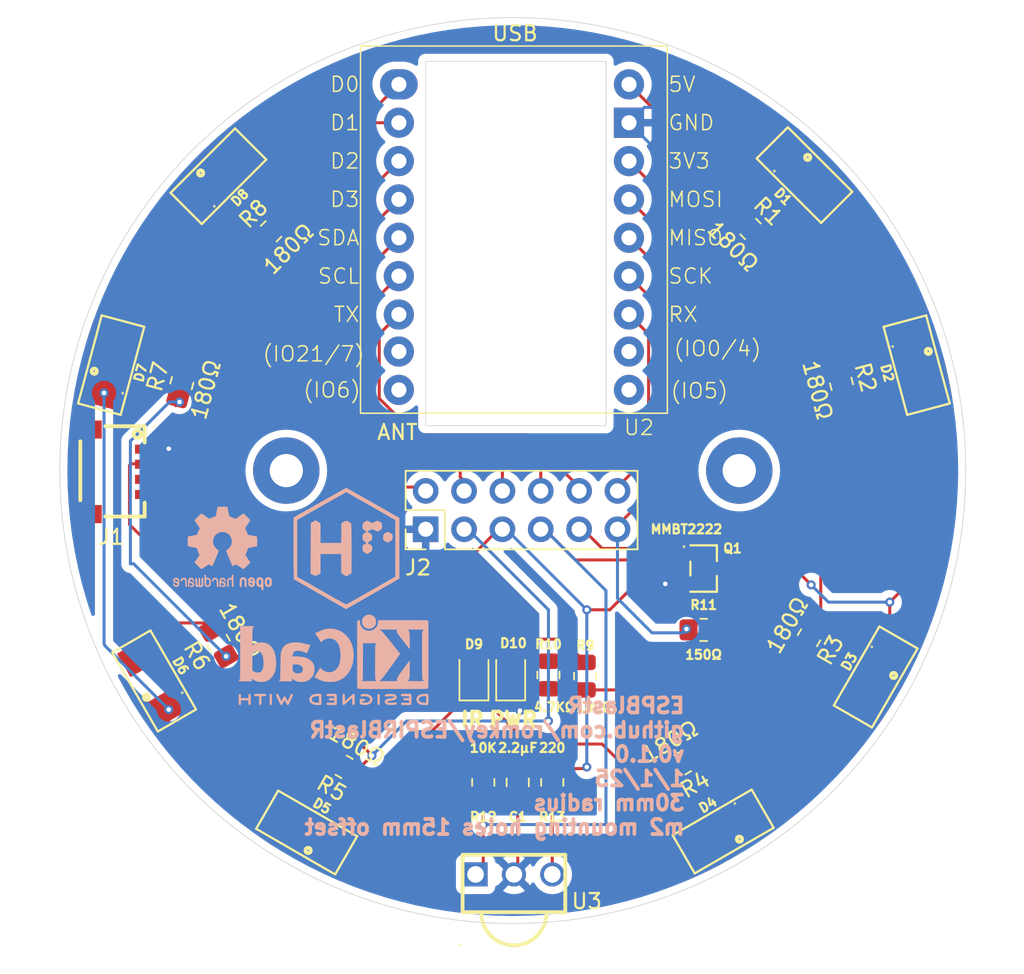
<source format=kicad_pcb>
(kicad_pcb (version 20240108) (generator "pcbnew") (generator_version "8.0")
  (layers (0 "F.Cu" signal) (31 "B.Cu" signal) (34 "B.Paste" user) (35 "F.Paste" user) (36 "B.SilkS" user "B.Silkscreen") (37 "F.SilkS" user "F.Silkscreen") (38 "B.Mask" user) (39 "F.Mask" user) (44 "Edge.Cuts" user))
  (net 0 "")
  (net 1 "GND")
  (net 2 "Net-(Q1-B)")
  (net 3 "+5V")
  (net 4 "/IR_XMT")
  (net 5 "/SDA")
  (net 6 "/SCL")
  (net 7 "+3.3V")
  (net 8 "/IR_RCV")
  (net 10 "/T1")
  (net 11 "/RX")
  (net 12 "/TX")
  (net 14 "Net-(U3-VCC)")
  (net 17 "/T4")
  (net 18 "Net-(D1-C)")
  (net 19 "Net-(D1-A)")
  (net 20 "Net-(D2-A)")
  (net 21 "Net-(D3-A)")
  (net 22 "Net-(D4-A)")
  (net 23 "Net-(D5-A)")
  (net 24 "Net-(D6-A)")
  (net 25 "Net-(D7-A)")
  (net 26 "Net-(D8-A)")
  (net 27 "Net-(D9-A)")
  (net 28 "Net-(D10-A)")
  (net 29 "/T0")
  (net 30 "/T2")
  (net 31 "/T3")
  (footprint "footprint:SENSOR-SMD_L3.2-W2.4-R-FD" (layer "F.Cu") (at 86.36 123.952 -30)
    (property "Reference" "D5" (at 0 -2.000002 150) (layer "F.SilkS") (effects (font (size 0.6 0.6))))
    (property "Value" "LED" (hide yes))
    (pad "1" smd rect (at 1.900052 0 150) (size 1.8 2.5) (layers "F.Cu" "F.Paste" "F.Mask") (net 18 "Net-(D1-C)"))
    (pad "2" smd rect (at -1.900052 0 150) (size 1.8 2.5) (layers "F.Cu" "F.Paste" "F.Mask") (net 23 "Net-(D5-A)"))
  )
  (footprint "Resistor_SMD:R_0805_2012Metric_Pad1.20x1.40mm_HandSolder" (layer "F.Cu") (at 121.77283 94.260815 -75)
    (property "Reference" "R2" (at 0.000001 -1.65 -75) (layer "F.SilkS"))
    (property "Value" "180Ω" (at -0.000001 1.65 285) (layer "F.SilkS"))
    (pad "1" smd roundrect (at -1 0 285) (size 1.2 1.4) (layers "F.Cu" "F.Paste" "F.Mask") (roundrect_rratio 0.208333) (net 3 "+5V"))
    (pad "2" smd roundrect (at 1 0 285) (size 1.2 1.4) (layers "F.Cu" "F.Paste" "F.Mask") (roundrect_rratio 0.208333) (net 20 "Net-(D2-A)"))
  )
  (footprint "" (layer "F.Cu") (at 115 100)
    (property "Reference" "MNT2" (hide yes))
    (property "Value" "")
    (pad "1" thru_hole circle (at 0 0) (size 4.4 4.4) (drill 2.2) (layers "*.Cu" "*.Mask"))
  )
  (footprint "Connector_PinHeader_2.54mm:PinHeader_2x06_P2.54mm_Vertical" (layer "F.Cu") (at 94.234 103.886 90)
    (property "Reference" "J2" (at -2.54 -0.508 0) (layer "F.SilkS"))
    (property "Value" "Conn_02x06_Odd_Even_MountingPin" (hide yes))
    (pad "1" thru_hole rect (at 0 0 90) (size 1.7 1.7) (drill 1) (layers "*.Cu" "*.Mask") (net 1 "GND"))
    (pad "2" thru_hole oval (at 2.54 0 90) (size 1.7 1.7) (drill 1) (layers "*.Cu" "*.Mask") (net 29 "/T0"))
    (pad "3" thru_hole oval (at 0 2.54 90) (size 1.7 1.7) (drill 1) (layers "*.Cu" "*.Mask") (net 3 "+5V"))
    (pad "4" thru_hole oval (at 2.54 2.54 90) (size 1.7 1.7) (drill 1) (layers "*.Cu" "*.Mask") (net 10 "/T1"))
    (pad "5" thru_hole oval (at 0 5.08 90) (size 1.7 1.7) (drill 1) (layers "*.Cu" "*.Mask") (net 7 "+3.3V"))
    (pad "6" thru_hole oval (at 2.54 5.08 90) (size 1.7 1.7) (drill 1) (layers "*.Cu" "*.Mask") (net 30 "/T2"))
    (pad "7" thru_hole oval (at 0 7.62 90) (size 1.7 1.7) (drill 1) (layers "*.Cu" "*.Mask") (net 8 "/IR_RCV"))
    (pad "8" thru_hole oval (at 2.54 7.62 90) (size 1.7 1.7) (drill 1) (layers "*.Cu" "*.Mask") (net 31 "/T3"))
    (pad "9" thru_hole oval (at 0 10.16 90) (size 1.7 1.7) (drill 1) (layers "*.Cu" "*.Mask") (net 17 "/T4"))
    (pad "10" thru_hole oval (at 2.54 10.16 90) (size 1.7 1.7) (drill 1) (layers "*.Cu" "*.Mask") (net 12 "/TX"))
    (pad "11" thru_hole oval (at 0 12.7 90) (size 1.7 1.7) (drill 1) (layers "*.Cu" "*.Mask") (net 4 "/IR_XMT"))
    (pad "12" thru_hole oval (at 2.54 12.7 90) (size 1.7 1.7) (drill 1) (layers "*.Cu" "*.Mask") (net 11 "/RX"))
  )
  (footprint "footprint:CONN-SMD_4P-P1.00_SM04B-SRSS-TB-LF-SN" (layer "F.Cu") (at 73.819516 100.082102 -90)
    (property "Reference" "J1" (at 4.311898 0.413516 0) (layer "F.SilkS"))
    (property "Value" "SM04B-SRSS-TB_(LF)(SN)" (hide yes))
    (pad "1" smd rect (at -1.499873 -1.938024 270) (size 0.6 1.550013) (layers "F.Cu" "F.Paste" "F.Mask") (net 1 "GND"))
    (pad "2" smd rect (at -0.499873 -1.938024 270) (size 0.6 1.550013) (layers "F.Cu" "F.Paste" "F.Mask") (net 7 "+3.3V"))
    (pad "3" smd rect (at 0.500381 -1.937516 270) (size 0.6 1.550013) (layers "F.Cu" "F.Paste" "F.Mask") (net 5 "/SDA"))
    (pad "4" smd rect (at 1.500381 -1.937516 270) (size 0.6 1.550013) (layers "F.Cu" "F.Paste" "F.Mask") (net 6 "/SCL"))
    (pad "5" smd rect (at 2.800102 1.938024 270) (size 1.2 1.8) (layers "F.Cu" "F.Paste" "F.Mask"))
    (pad "6" smd rect (at -2.800102 1.937516 270) (size 1.2 1.8) (layers "F.Cu" "F.Paste" "F.Mask"))
  )
  (footprint "Resistor_SMD:R_0805_2012Metric_Pad1.20x1.40mm_HandSolder" (layer "F.Cu") (at 112.641001 110.550958)
    (property "Reference" "R11" (at 0 -1.65 0) (layer "F.SilkS") (effects (font (size 0.6 0.6))))
    (property "Value" "150Ω" (at 0 1.65 0) (layer "F.SilkS") (effects (font (size 0.6 0.6))))
    (pad "1" smd roundrect (at -1 0) (size 1.2 1.4) (layers "F.Cu" "F.Paste" "F.Mask") (roundrect_rratio 0.208333) (net 4 "/IR_XMT"))
    (pad "2" smd roundrect (at 1 0) (size 1.2 1.4) (layers "F.Cu" "F.Paste" "F.Mask") (roundrect_rratio 0.208333) (net 2 "Net-(Q1-B)"))
  )
  (footprint "Resistor_SMD:R_0805_2012Metric" (layer "F.Cu") (at 104.796 113.614 90)
    (property "Reference" "R9" (at 2.032 0 0) (layer "F.SilkS") (effects (font (size 0.6 0.6))))
    (property "Value" "180Ω" (at -2.0595 0.614 0) (layer "F.SilkS") (effects (font (size 0.6 0.6))))
    (pad "1" smd roundrect (at -0.9125 0 90) (size 1.025 1.4) (layers "F.Cu" "F.Paste" "F.Mask") (roundrect_rratio 0.243902) (net 3 "+5V"))
    (pad "2" smd roundrect (at 0.9125 0 90) (size 1.025 1.4) (layers "F.Cu" "F.Paste" "F.Mask") (roundrect_rratio 0.243902) (net 27 "Net-(D9-A)"))
  )
  (footprint "Resistor_SMD:R_0805_2012Metric_Pad1.20x1.40mm_HandSolder" (layer "F.Cu") (at 83.993986 84.154016 45)
    (property "Reference" "R8" (at 0 -1.65 45) (layer "F.SilkS"))
    (property "Value" "180Ω" (at 0 1.65 45) (layer "F.SilkS"))
    (pad "1" smd roundrect (at -1 0 45) (size 1.2 1.4) (layers "F.Cu" "F.Paste" "F.Mask") (roundrect_rratio 0.208333) (net 3 "+5V"))
    (pad "2" smd roundrect (at 1 0 45) (size 1.2 1.4) (layers "F.Cu" "F.Paste" "F.Mask") (roundrect_rratio 0.208333) (net 26 "Net-(D8-A)"))
  )
  (footprint "footprint:SOT-23-3_L2.9-W1.4-P1.91-LS2.6-BR" (layer "F.Cu") (at 112.641001 106.486958 180)
    (property "Reference" "Q1" (at -1.912999 1.330958 0) (layer "F.SilkS") (effects (font (size 0.6 0.6))))
    (property "Value" "MMBT2222" (at 1.135001 2.600958 0) (layer "F.SilkS") (effects (font (size 0.6 0.6))))
    (pad "1" smd rect (at 1.135001 0.955042 180) (size 1.070003 0.532004) (layers "F.Cu" "F.Paste" "F.Mask") (net 2 "Net-(Q1-B)"))
    (pad "2" smd rect (at 1.135001 -0.955042 180) (size 1.070003 0.532004) (layers "F.Cu" "F.Paste" "F.Mask") (net 1 "GND"))
    (pad "3" smd rect (at -1.135001 0 180) (size 1.070003 0.532004) (layers "F.Cu" "F.Paste" "F.Mask") (net 18 "Net-(D1-C)"))
  )
  (footprint "footprint:SENSOR-SMD_L3.2-W2.4-R-FD" (layer "F.Cu") (at 119.306462 80.444461 135)
    (property "Reference" "D1" (at -0.000001 -2.000001 135) (layer "F.SilkS") (effects (font (size 0.6 0.6))))
    (property "Value" "LED" (hide yes))
    (pad "1" smd rect (at 1.90005 0.000001 315) (size 1.8 2.5) (layers "F.Cu" "F.Paste" "F.Mask") (net 18 "Net-(D1-C)"))
    (pad "2" smd rect (at -1.90005 -0.000001 315) (size 1.8 2.5) (layers "F.Cu" "F.Paste" "F.Mask") (net 19 "Net-(D1-A)"))
  )
  (footprint "Resistor_SMD:R_0805_2012Metric_Pad1.20x1.40mm_HandSolder" (layer "F.Cu") (at 111.252 119.38 -150)
    (property "Reference" "R4" (at 0 -1.65 -150) (layer "F.SilkS"))
    (property "Value" "180Ω" (at 0 1.65 210) (layer "F.SilkS"))
    (pad "1" smd roundrect (at -1 0 210) (size 1.2 1.4) (layers "F.Cu" "F.Paste" "F.Mask") (roundrect_rratio 0.208333) (net 3 "+5V"))
    (pad "2" smd roundrect (at 1 0 210) (size 1.2 1.4) (layers "F.Cu" "F.Paste" "F.Mask") (roundrect_rratio 0.208333) (net 22 "Net-(D4-A)"))
  )
  (footprint "footprint:SENSOR-SMD_L3.2-W2.4-R-FD" (layer "F.Cu") (at 80.518 80.518 -135)
    (property "Reference" "D8" (at 0 -2.000001 45) (layer "F.SilkS") (effects (font (size 0.6 0.6))))
    (property "Value" "LED" (hide yes))
    (pad "1" smd rect (at 1.900051 0.000001 45) (size 1.8 2.5) (layers "F.Cu" "F.Paste" "F.Mask") (net 18 "Net-(D1-C)"))
    (pad "2" smd rect (at -1.900051 -0.000001 45) (size 1.8 2.5) (layers "F.Cu" "F.Paste" "F.Mask") (net 26 "Net-(D8-A)"))
  )
  (footprint "Resistor_SMD:R_0805_2012Metric_Pad1.20x1.40mm_HandSolder" (layer "F.Cu") (at 119.621001 111.070339 -120)
    (property "Reference" "R3" (at 0 -1.65 -120) (layer "F.SilkS"))
    (property "Value" "180Ω" (at 0 1.65 240) (layer "F.SilkS"))
    (pad "1" smd roundrect (at -1 0 240) (size 1.2 1.4) (layers "F.Cu" "F.Paste" "F.Mask") (roundrect_rratio 0.208333) (net 3 "+5V"))
    (pad "2" smd roundrect (at 1 0 240) (size 1.2 1.4) (layers "F.Cu" "F.Paste" "F.Mask") (roundrect_rratio 0.208333) (net 21 "Net-(D3-A)"))
  )
  (footprint "footprint:SENSOR-TH_IRM-8601" (layer "F.Cu") (at 100.076005 126.746)
    (property "Reference" "U3" (at 4.825995 1.778 0) (layer "F.SilkS"))
    (property "Value" "IRM-8601M2(GPS)")
    (pad "1" thru_hole rect (at -2.540005 0) (size 1.6 1.6) (drill 1.100025) (layers "*.Cu" "*.Mask") (net 8 "/IR_RCV"))
    (pad "2" thru_hole circle (at 0 0) (size 1.6 1.6) (drill 1.100025) (layers "*.Cu" "*.Mask") (net 1 "GND"))
    (pad "3" thru_hole circle (at 2.540005 0) (size 1.6 1.6) (drill 1.100025) (layers "*.Cu" "*.Mask") (net 14 "Net-(U3-VCC)"))
  )
  (footprint "Resistor_SMD:R_0805_2012Metric" (layer "F.Cu") (at 98.044 120.65 -90)
    (property "Reference" "R12" (at 2.286 0 0) (layer "F.SilkS") (effects (font (size 0.6 0.6))))
    (property "Value" "10K" (at -2.286 0 0) (layer "F.SilkS") (effects (font (size 0.6 0.6))))
    (pad "1" smd roundrect (at -0.9125 0 270) (size 1.025 1.4) (layers "F.Cu" "F.Paste" "F.Mask") (roundrect_rratio 0.243902) (net 7 "+3.3V"))
    (pad "2" smd roundrect (at 0.9125 0 270) (size 1.025 1.4) (layers "F.Cu" "F.Paste" "F.Mask") (roundrect_rratio 0.243902) (net 8 "/IR_RCV"))
  )
  (footprint "footprint:SENSOR-SMD_L3.2-W2.4-R-FD" (layer "F.Cu") (at 113.924508 123.886025 30)
    (property "Reference" "D4" (at 0 -2 30) (layer "F.SilkS") (effects (font (size 0.6 0.6))))
    (property "Value" "LED" (hide yes))
    (pad "1" smd rect (at 1.90005 0 210) (size 1.8 2.5) (layers "F.Cu" "F.Paste" "F.Mask") (net 18 "Net-(D1-C)"))
    (pad "2" smd rect (at -1.90005 0 210) (size 1.8 2.5) (layers "F.Cu" "F.Paste" "F.Mask") (net 22 "Net-(D4-A)"))
  )
  (footprint "LED_SMD:LED_0805_2012Metric" (layer "F.Cu") (at 97.43 113.538 90)
    (property "Reference" "D9" (at 2.032 0 0) (layer "F.SilkS") (effects (font (size 0.6 0.6))))
    (property "Value" "LED" (hide yes))
    (pad "1" smd roundrect (at -0.9375 0 90) (size 0.975 1.4) (layers "F.Cu" "F.Paste" "F.Mask") (net 18 "Net-(D1-C)"))
    (pad "2" smd roundrect (at 0.9375 0 90) (size 0.975 1.4) (layers "F.Cu" "F.Paste" "F.Mask") (net 27 "Net-(D9-A)"))
  )
  (footprint "1myFootprints:Xiao ESP32S3 PLUS" (layer "F.Cu") (at 100.2284 84.1248)
    (property "Reference" "U2" (at 8.1296 13.0252 0) (layer "F.SilkS") (effects (font (thickness 0.1))))
    (property "Value" "~" (hide yes))
    (fp_text user "(IO5)" (at 10.16 11.176 0) (layer "F.SilkS") (effects (font (thickness 0.1)) (justify left bottom)))
    (fp_text user "D2" (at -10.3124 -4.6228 0) (layer "F.SilkS") (effects (font (thickness 0.1)) (justify right)))
    (fp_text user "RX" (at 10.0076 5.5372 0) (layer "F.SilkS") (effects (font (thickness 0.1)) (justify left)))
    (fp_text user "(IO6)" (at -14.1732 11.1252 0) (layer "F.SilkS") (effects (font (thickness 0.1)) (justify left bottom)))
    (fp_text user "SCK" (at 10.0076 2.9972 0) (layer "F.SilkS") (effects (font (thickness 0.1)) (justify left)))
    (fp_text user "MISO" (at 10.0076 0.4572 0) (layer "F.SilkS") (effects (font (thickness 0.1)) (justify left)))
    (fp_text user "TX" (at -10.3124 5.5372 0) (layer "F.SilkS") (effects (font (thickness 0.1)) (justify right)))
    (fp_text user "GND" (at 10.0076 -7.1628 0) (layer "F.SilkS") (effects (font (thickness 0.1)) (justify left)))
    (fp_text user "(IO21/7)" (at -16.8656 8.7376 0) (layer "F.SilkS") (effects (font (thickness 0.1)) (justify left bottom)))
    (fp_text user "SCL" (at -10.3124 2.9972 0) (layer "F.SilkS") (effects (font (thickness 0.1)) (justify right)))
    (fp_text user "3V3" (at 10.0076 -4.6228 0) (layer "F.SilkS") (effects (font (thickness 0.1)) (justify left)))
    (fp_text user "D0" (at -10.3124 -9.7028 0) (layer "F.SilkS") (effects (font (thickness 0.1)) (justify right)))
    (fp_text user "MOSI" (at 10.0076 -2.0828 0) (layer "F.SilkS") (effects (font (thickness 0.1)) (justify left)))
    (fp_text user "SDA" (at -10.3124 0.4572 0) (layer "F.SilkS") (effects (font (thickness 0.1)) (justify right)))
    (fp_text user "5V" (at 10.0076 -9.7028 0) (layer "F.SilkS") (effects (font (thickness 0.1)) (justify left)))
    (fp_text user "D1" (at -10.3124 -7.1628 0) (layer "F.SilkS") (effects (font (thickness 0.1)) (justify right)))
    (fp_text user "(IO0/4)" (at 10.3632 8.382 0) (layer "F.SilkS") (effects (font (thickness 0.1)) (justify left bottom)))
    (fp_text user "D3" (at -10.3124 -2.0828 0) (layer "F.SilkS") (effects (font (thickness 0.1)) (justify right)))
    (pad "1" thru_hole oval (at -7.7724 -9.7028) (size 2.5 2) (drill 1) (layers "*.Cu" "*.Mask") (net 5 "/SDA"))
    (pad "2" thru_hole circle (at -7.7724 -7.1628) (size 2 2) (drill 1) (layers "*.Cu" "*.Mask") (net 6 "/SCL"))
    (pad "3" thru_hole circle (at -7.7724 -4.6228) (size 2 2) (drill 1) (layers "*.Cu" "*.Mask") (net 29 "/T0"))
    (pad "4" thru_hole circle (at -7.7724 -2.0828) (size 2 2) (drill 1) (layers "*.Cu" "*.Mask") (net 10 "/T1"))
    (pad "5" thru_hole circle (at -7.7724 0.4572) (size 2 2) (drill 1) (layers "*.Cu" "*.Mask") (net 30 "/T2"))
    (pad "6" thru_hole circle (at -7.7724 2.9972) (size 2 2) (drill 1) (layers "*.Cu" "*.Mask") (net 31 "/T3"))
    (pad "7" thru_hole circle (at -7.7724 5.5372) (size 2 2) (drill 1) (layers "*.Cu" "*.Mask") (net 12 "/TX"))
    (pad "8" thru_hole circle (at 7.4676 5.5372) (size 2 2) (drill 1) (layers "*.Cu" "*.Mask") (net 11 "/RX"))
    (pad "9" thru_hole circle (at 7.4676 2.9972) (size 2 2) (drill 1) (layers "*.Cu" "*.Mask") (net 4 "/IR_XMT"))
    (pad "10" thru_hole circle (at 7.4676 0.4572) (size 2 2) (drill 1) (layers "*.Cu" "*.Mask") (net 17 "/T4"))
    (pad "11" thru_hole circle (at 7.4676 -2.0828) (size 2 2) (drill 1) (layers "*.Cu" "*.Mask") (net 8 "/IR_RCV"))
    (pad "12" thru_hole circle (at 7.4676 -4.6228) (size 2 2) (drill 1) (layers "*.Cu" "*.Mask") (net 7 "+3.3V"))
    (pad "13" thru_hole rect (at 7.4676 -7.1628) (size 2 2) (drill 1) (layers "*.Cu" "*.Mask") (net 1 "GND"))
    (pad "14" thru_hole circle (at 7.4676 -9.7028) (size 2 2) (drill 1) (layers "*.Cu" "*.Mask") (net 3 "+5V"))
    (pad "15" thru_hole circle (at -7.7724 7.9912) (size 2 2) (drill 1) (layers "*.Cu" "*.Mask"))
    (pad "16" thru_hole circle (at -7.7724 10.5312) (size 2 2) (drill 1) (layers "*.Cu" "*.Mask"))
    (pad "17" thru_hole circle (at 7.4676 10.5312) (size 2 2) (drill 1) (layers "*.Cu" "*.Mask"))
    (pad "18" thru_hole circle (at 7.4676 7.9912) (size 2 2) (drill 1) (layers "*.Cu" "*.Mask"))
  )
  (footprint "Resistor_SMD:R_0805_2012Metric_Pad1.20x1.40mm_HandSolder" (layer "F.Cu") (at 78.08483 94.207185 75)
    (property "Reference" "R7" (at -0.000001 -1.65 75) (layer "F.SilkS"))
    (property "Value" "180Ω" (at 0.000001 1.65 75) (layer "F.SilkS"))
    (pad "1" smd roundrect (at -1 0 75) (size 1.2 1.4) (layers "F.Cu" "F.Paste" "F.Mask") (roundrect_rratio 0.208333) (net 3 "+5V"))
    (pad "2" smd roundrect (at 1 0 75) (size 1.2 1.4) (layers "F.Cu" "F.Paste" "F.Mask") (roundrect_rratio 0.208333) (net 25 "Net-(D7-A)"))
  )
  (footprint "Resistor_SMD:R_0805_2012Metric" (layer "F.Cu") (at 102.616 120.65 -90)
    (property "Reference" "R13" (at 2.286 0 0) (layer "F.SilkS") (effects (font (size 0.6 0.6))))
    (property "Value" "220" (at -2.286 0 0) (layer "F.SilkS") (effects (font (size 0.6 0.6))))
    (pad "1" smd roundrect (at -0.9125 0 270) (size 1.025 1.4) (layers "F.Cu" "F.Paste" "F.Mask") (roundrect_rratio 0.243902) (net 7 "+3.3V"))
    (pad "2" smd roundrect (at 0.9125 0 270) (size 1.025 1.4) (layers "F.Cu" "F.Paste" "F.Mask") (roundrect_rratio 0.243902) (net 14 "Net-(U3-VCC)"))
  )
  (footprint "footprint:SENSOR-SMD_L3.2-W2.4-R-FD" (layer "F.Cu") (at 76.265975 113.924508 -60)
    (property "Reference" "D6" (at 0.000001 -2.000001 120) (layer "F.SilkS") (effects (font (size 0.6 0.6))))
    (property "Value" "LED" (hide yes))
    (pad "1" smd rect (at 1.90005 0 120) (size 1.8 2.5) (layers "F.Cu" "F.Paste" "F.Mask") (net 18 "Net-(D1-C)"))
    (pad "2" smd rect (at -1.90005 0 120) (size 1.8 2.5) (layers "F.Cu" "F.Paste" "F.Mask") (net 24 "Net-(D6-A)"))
  )
  (footprint "Resistor_SMD:R_0805_2012Metric" (layer "F.Cu") (at 102.362 113.538 90)
    (property "Reference" "R10" (at 2.032 0 0) (layer "F.SilkS") (effects (font (size 0.6 0.6))))
    (property "Value" "4.7KΩ" (at -2.1355 0.417 0) (layer "F.SilkS") (effects (font (size 0.6 0.6))))
    (pad "1" smd roundrect (at -0.9125 0 90) (size 1.025 1.4) (layers "F.Cu" "F.Paste" "F.Mask") (roundrect_rratio 0.243902) (net 3 "+5V"))
    (pad "2" smd roundrect (at 0.9125 0 90) (size 1.025 1.4) (layers "F.Cu" "F.Paste" "F.Mask") (roundrect_rratio 0.243902) (net 28 "Net-(D10-A)"))
  )
  (footprint "LED_SMD:LED_0805_2012Metric" (layer "F.Cu") (at 99.862 113.538 90)
    (property "Reference" "D10" (at 2.108 0.178 0) (layer "F.SilkS") (effects (font (size 0.6 0.6))))
    (property "Value" "LED" (hide yes))
    (pad "1" smd roundrect (at -0.9375 0 90) (size 0.975 1.4) (layers "F.Cu" "F.Paste" "F.Mask") (net 1 "GND"))
    (pad "2" smd roundrect (at 0.9375 0 90) (size 0.975 1.4) (layers "F.Cu" "F.Paste" "F.Mask") (net 28 "Net-(D10-A)"))
  )
  (footprint "MountingHole:MountingHole_2.2mm_M2_Pad" (layer "F.Cu") (at 85 100)
    (property "Reference" "MNT1" (hide yes))
    (property "Value" "MountingHole_2.2mm_M2_Pad" (hide yes))
    (pad "1" thru_hole circle (at 0 0) (size 4.4 4.4) (drill 2.2) (layers "*.Cu" "*.Mask"))
  )
  (footprint "Capacitor_SMD:C_0805_2012Metric" (layer "F.Cu") (at 100.33 120.65 -90)
    (property "Reference" "C1" (at 2.286 0 0) (layer "F.SilkS") (effects (font (size 0.6 0.6))))
    (property "Value" "2.2µF" (at -2.286 0 0) (layer "F.SilkS") (effects (font (size 0.6 0.6))))
    (pad "1" smd roundrect (at -0.95 0 270) (size 1 1.45) (layers "F.Cu" "F.Paste" "F.Mask") (net 7 "+3.3V"))
    (pad "2" smd roundrect (at 0.95 0 270) (size 1 1.45) (layers "F.Cu" "F.Paste" "F.Mask") (net 1 "GND"))
  )
  (footprint "Resistor_SMD:R_0805_2012Metric_Pad1.20x1.40mm_HandSolder" (layer "F.Cu") (at 115.743984 83.993984 -45)
    (property "Reference" "R1" (at 0 -1.65 -45) (layer "F.SilkS"))
    (property "Value" "180Ω" (at 0 1.65 315) (layer "F.SilkS"))
    (pad "1" smd roundrect (at -1 0 315) (size 1.2 1.4) (layers "F.Cu" "F.Paste" "F.Mask") (roundrect_rratio 0.208333) (net 3 "+5V"))
    (pad "2" smd roundrect (at 1 0 315) (size 1.2 1.4) (layers "F.Cu" "F.Paste" "F.Mask") (roundrect_rratio 0.208333) (net 19 "Net-(D1-A)"))
  )
  (footprint "Resistor_SMD:R_0805_2012Metric_Pad1.20x1.40mm_HandSolder" (layer "F.Cu") (at 80.518 111.433662 120)
    (property "Reference" "R6" (at 0 -1.65 120) (layer "F.SilkS"))
    (property "Value" "180Ω" (at 0 1.65 120) (layer "F.SilkS"))
    (pad "1" smd roundrect (at -1 0 120) (size 1.2 1.4) (layers "F.Cu" "F.Paste" "F.Mask") (roundrect_rratio 0.208333) (net 3 "+5V"))
    (pad "2" smd roundrect (at 1 0 120) (size 1.2 1.4) (layers "F.Cu" "F.Paste" "F.Mask") (roundrect_rratio 0.208333) (net 24 "Net-(D6-A)"))
  )
  (footprint "Resistor_SMD:R_0805_2012Metric_Pad1.20x1.40mm_HandSolder" (layer "F.Cu") (at 88.827661 119.621 150)
    (property "Reference" "R5" (at 0 -1.65 150) (layer "F.SilkS"))
    (property "Value" "180Ω" (at 0 1.65 150) (layer "F.SilkS"))
    (pad "1" smd roundrect (at -1 0 150) (size 1.2 1.4) (layers "F.Cu" "F.Paste" "F.Mask") (roundrect_rratio 0.208333) (net 3 "+5V"))
    (pad "2" smd roundrect (at 1 0 150) (size 1.2 1.4) (layers "F.Cu" "F.Paste" "F.Mask") (roundrect_rratio 0.208333) (net 23 "Net-(D5-A)"))
  )
  (footprint "footprint:SENSOR-SMD_L3.2-W2.4-R-FD" (layer "F.Cu") (at 126.72977 93.021308 105)
    (property "Reference" "D2" (at 0 -1.999999 105) (layer "F.SilkS") (effects (font (size 0.6 0.6))))
    (property "Value" "LED" (hide yes))
    (pad "1" smd rect (at 1.900051 -0.000001 285) (size 1.8 2.5) (layers "F.Cu" "F.Paste" "F.Mask") (net 18 "Net-(D1-C)"))
    (pad "2" smd rect (at -1.900051 0.000001 285) (size 1.8 2.5) (layers "F.Cu" "F.Paste" "F.Mask") (net 20 "Net-(D2-A)"))
  )
  (footprint "footprint:SENSOR-SMD_L3.2-W2.4-R-FD" (layer "F.Cu") (at 73.42223 93.021308 -105)
    (property "Reference" "D7" (at 0.000002 -2.000001 75) (layer "F.SilkS") (effects (font (size 0.6 0.6))))
    (property "Value" "LED" (hide yes))
    (pad "1" smd rect (at 1.900051 0.000001 75) (size 1.8 2.5) (layers "F.Cu" "F.Paste" "F.Mask") (net 18 "Net-(D1-C)"))
    (pad "2" smd rect (at -1.900051 -0.000001 75) (size 1.8 2.5) (layers "F.Cu" "F.Paste" "F.Mask") (net 25 "Net-(D7-A)"))
  )
  (footprint "footprint:SENSOR-SMD_L3.2-W2.4-R-FD" (layer "F.Cu") (at 124.017975 113.659492 60)
    (property "Reference" "D3" (at 0 -2 60) (layer "F.SilkS") (effects (font (size 0.6 0.6))))
    (property "Value" "LED" (hide yes))
    (pad "1" smd rect (at 1.90005 0 240) (size 1.8 2.5) (layers "F.Cu" "F.Paste" "F.Mask") (net 18 "Net-(D1-C)"))
    (pad "2" smd rect (at -1.90005 0 240) (size 1.8 2.5) (layers "F.Cu" "F.Paste" "F.Mask") (net 21 "Net-(D3-A)"))
  )
  (footprint "Symbol:KiCad-Logo2_5mm_SilkScreen" (layer "B.Cu") (at 88.138 112.522 180)
    (property "Reference" "REF**" (hide yes))
    (property "Value" "KiCad-Logo2_5mm_SilkScreen" (hide yes))
  )
  (footprint "1myFootprints:CTRLH Logo" (layer "B.Cu") (at 89.154 105.156 180)
    (property "Reference" "REF**" (hide yes))
    (property "Value" "CTRLH Logo" (hide yes))
  )
  (footprint "1myFootprints:OSHW-Logo2_7.3x6mm_SilkScreen" (layer "B.Cu") (at 80.772 105.156 180)
    (property "Reference" "REF**" (hide yes))
    (property "Value" "OSHW-Logo2_7.3x6mm_SilkScreen" (hide yes))
  )
  (gr_rect (start 94.234 72.898) (end 106.172 97.028) (stroke (width 0.05)) (fill none) (layer "Edge.Cuts"))
  (gr_circle (center 100 100) (end 130 100) (stroke (width 0.05)) (fill none) (layer "Edge.Cuts"))
  (gr_text "ESPBlastR\ngithub.com/romkey/ESPIRBlastR\nv0.1.0\n1/1/25\n30mm radius\nm2 mounting holes 15mm offset\n" (at 111.506 124.206 0) (layer "B.SilkS") (effects (font (size 1 1) (thickness 0.25) (bold yes)) (justify left bottom mirror)))
  (gr_text "IR\n" (at 96.429 117.094 0) (layer "F.SilkS") (effects (font (size 1 1) (thickness 0.25) (bold yes)) (justify left bottom)))
  (gr_text "USB" (at 98.552 71.628 0) (layer "F.SilkS") (effects (font (size 1 1)) (justify left bottom)))
  (gr_text "PWR\n" (at 98.298 117.094 0) (layer "F.SilkS") (effects (font (size 1 1) (thickness 0.25) (bold yes)) (justify left bottom)))
  (gr_text "ANT" (at 90.932 98.044 0) (layer "F.SilkS") (effects (font (size 1 1)) (justify left bottom)))
  (segment (start 99.862 114.4755) (end 99.862 115.284) (width 0.2) (layer "F.Cu") (net 1))
  (segment (start 75.598024 98.576127) (end 77.191873 98.576127) (width 0.2) (layer "F.Cu") (net 1))
  (segment (start 77.191873 98.576127) (end 77.216 98.552) (width 0.2) (layer "F.Cu") (net 1))
  (segment (start 99.862 115.284) (end 100.478 115.9) (width 0.2) (layer "F.Cu") (net 1))
  (segment (start 100.33 126.492005) (end 100.076005 126.746) (width 0.2) (layer "F.Cu") (net 1))
  (segment (start 100.33 121.6) (end 100.33 126.492005) (width 0.2) (layer "F.Cu") (net 1))
  (segment (start 110.161959 107.442) (end 110.101001 107.502958) (width 0.2) (layer "F.Cu") (net 1))
  (segment (start 111.506 107.442) (end 110.161959 107.442) (width 0.2) (layer "F.Cu") (net 1))
  (via (at 100.478 115.9) (size 0.6) (drill 0.3) (layers "F.Cu" "B.Cu") (net 1))
  (via (at 77.216 98.552) (size 0.6) (drill 0.3) (layers "F.Cu" "B.Cu") (net 1))
  (via (at 110.101001 107.502958) (size 0.6) (drill 0.3) (layers "F.Cu" "B.Cu") (net 1))
  (segment (start 107.696 76.962) (end 108.712 75.946) (width 0.2) (layer "B.Cu") (net 1))
  (segment (start 108.712 75.946) (end 109.982 75.946) (width 0.2) (layer "B.Cu") (net 1))
  (segment (start 107.696 76.962) (end 109.22 78.486) (width 0.2) (layer "B.Cu") (net 1))
  (segment (start 113.641001 107.666917) (end 113.641001 110.550958) (width 0.2) (layer "F.Cu") (net 2))
  (segment (start 111.506 105.531916) (end 113.641001 107.666917) (width 0.2) (layer "F.Cu") (net 2))
  (segment (start 102.362 114.4505) (end 104.72 114.4505) (width 0.2) (layer "F.Cu") (net 3))
  (segment (start 104.796 114.5265) (end 104.927 114.6575) (width 0.2) (layer "F.Cu") (net 3))
  (segment (start 112.594339 116.535895) (end 112.594339 118.605) (width 0.2) (layer "F.Cu") (net 3))
  (segment (start 119.402234 109.728) (end 112.594339 116.535895) (width 0.2) (layer "F.Cu") (net 3))
  (segment (start 114.647968 86.039938) (end 121.37166 92.76363) (width 0.2) (layer "F.Cu") (net 3))
  (segment (start 120.396 109.728) (end 119.402234 109.728) (width 0.2) (layer "F.Cu") (net 3))
  (segment (start 102.362 116.586) (end 102.362 114.4505) (width 0.2) (layer "F.Cu") (net 3))
  (segment (start 114.647968 82.897968) (end 114.647968 86.039938) (width 0.2) (layer "F.Cu") (net 3))
  (segment (start 110.584944 114.5265) (end 112.594339 116.535895) (width 0.2) (layer "F.Cu") (net 3))
  (segment (start 114.647968 81.373968) (end 114.647968 82.897968) (width 0.2) (layer "F.Cu") (net 3))
  (segment (start 77.68366 95.70437) (end 77.931015 95.457015) (width 0.2) (layer "F.Cu") (net 3))
  (segment (start 104.796 114.5265) (end 104.9755 114.347) (width 0.2) (layer "F.Cu") (net 3))
  (segment (start 82.897972 90.490058) (end 82.897972 85.250032) (width 0.2) (layer "F.Cu") (net 3))
  (segment (start 121.37166 92.76363) (end 120.396 93.73929) (width 0.2) (layer "F.Cu") (net 3))
  (segment (start 107.696 74.422) (end 114.647968 81.373968) (width 0.2) (layer "F.Cu") (net 3))
  (segment (start 89.693686 120.121) (end 89.693686 119.856314) (width 0.2) (layer "F.Cu") (net 3))
  (segment (start 120.396 93.73929) (end 120.396 109.728) (width 0.2) (layer "F.Cu") (net 3))
  (segment (start 89.693686 119.856314) (end 90.678 118.872) (width 0.2) (layer "F.Cu") (net 3))
  (segment (start 81.018 112.299687) (end 84.105687 112.299687) (width 0.2) (layer "F.Cu") (net 3))
  (segment (start 84.105687 112.299687) (end 90.678 118.872) (width 0.2) (layer "F.Cu") (net 3))
  (segment (start 77.931015 95.457015) (end 82.897972 90.490058) (width 0.2) (layer "F.Cu") (net 3))
  (segment (start 104.796 114.5265) (end 110.584944 114.5265) (width 0.2) (layer "F.Cu") (net 3))
  (segment (start 114.3 83.566) (end 114.647968 83.218032) (width 0.2) (layer "F.Cu") (net 3))
  (segment (start 114.647968 83.218032) (end 114.647968 82.897968) (width 0.2) (layer "F.Cu") (net 3))
  (segment (start 104.72 114.4505) (end 104.796 114.5265) (width 0.2) (layer "F.Cu") (net 3))
  (via (at 102.362 116.586) (size 0.6) (drill 0.3) (layers "F.Cu" "B.Cu") (net 3))
  (via (at 90.678 118.872) (size 0.6) (drill 0.3) (layers "F.Cu" "B.Cu") (net 3))
  (via (at 77.931015 95.457015) (size 0.6) (drill 0.3) (layers "F.Cu" "B.Cu") (net 3))
  (via (at 81.018 112.299687) (size 0.6) (drill 0.3) (layers "F.Cu" "B.Cu") (net 3))
  (segment (start 92.964 116.586) (end 90.678 118.872) (width 0.2) (layer "B.Cu") (net 3))
  (segment (start 74.676 98.044) (end 74.676 106.172) (width 0.2) (layer "B.Cu") (net 3))
  (segment (start 74.676 106.172) (end 74.890313 106.172) (width 0.2) (layer "B.Cu") (net 3))
  (segment (start 96.774 103.632) (end 102.362 109.22) (width 0.2) (layer "B.Cu") (net 3))
  (segment (start 77.931015 95.457015) (end 77.262985 95.457015) (width 0.2) (layer "B.Cu") (net 3))
  (segment (start 77.262985 95.457015) (end 74.676 98.044) (width 0.2) (layer "B.Cu") (net 3))
  (segment (start 102.362 116.586) (end 92.964 116.586) (width 0.2) (layer "B.Cu") (net 3))
  (segment (start 74.890313 106.172) (end 81.018 112.299687) (width 0.2) (layer "B.Cu") (net 3))
  (segment (start 102.362 109.22) (end 102.362 116.586) (width 0.2) (layer "B.Cu") (net 3))
  (segment (start 109.396 88.822) (end 109.396 101.17) (width 0.2) (layer "F.Cu") (net 4))
  (segment (start 109.396 101.17) (end 106.934 103.632) (width 0.2) (layer "F.Cu") (net 4))
  (segment (start 107.696 87.122) (end 109.396 88.822) (width 0.2) (layer "F.Cu") (net 4))
  (via (at 111.506 110.49) (size 0.6) (drill 0.3) (layers "F.Cu" "B.Cu") (net 4))
  (segment (start 106.934 103.632) (end 106.934 108.458) (width 0.2) (layer "B.Cu") (net 4))
  (segment (start 109.22 110.744) (end 111.252 110.744) (width 0.2) (layer "B.Cu") (net 4))
  (segment (start 111.252 110.744) (end 111.506 110.49) (width 0.2) (layer "B.Cu") (net 4))
  (segment (start 106.934 108.458) (end 109.22 110.744) (width 0.2) (layer "B.Cu") (net 4))
  (segment (start 76.666498 100.552254) (end 75.691492 100.552254) (width 0.2) (layer "F.Cu") (net 5))
  (segment (start 92.456 74.422) (end 86.369682 80.508318) (width 0.2) (layer "F.Cu") (net 5))
  (segment (start 86.369682 80.508318) (end 86.369682 90.84907) (width 0.2) (layer "F.Cu") (net 5))
  (segment (start 86.369682 90.84907) (end 76.666498 100.552254) (width 0.2) (layer "F.Cu") (net 5))
  (segment (start 92.456 76.962) (end 90.678 76.962) (width 0.2) (layer "F.Cu") (net 6))
  (segment (start 87.122 80.518) (end 87.122 92.456) (width 0.2) (layer "F.Cu") (net 6))
  (segment (start 87.122 92.456) (end 78.025746 101.552254) (width 0.2) (layer "F.Cu") (net 6))
  (segment (start 90.678 76.962) (end 87.122 80.518) (width 0.2) (layer "F.Cu") (net 6))
  (segment (start 78.025746 101.552254) (end 75.691492 101.552254) (width 0.2) (layer "F.Cu") (net 6))
  (segment (start 102.616 119.7375) (end 104.7985 119.7375) (width 0.2) (layer "F.Cu") (net 7))
  (segment (start 91.44 106.426) (end 96.52 106.426) (width 0.2) (layer "F.Cu") (net 7))
  (segment (start 75.946 104.902) (end 89.916 104.902) (width 0.2) (layer "F.Cu") (net 7))
  (segment (start 106.426 109.22) (end 104.902 109.22) (width 0.2) (layer "F.Cu") (net 7))
  (segment (start 111.506 104.14) (end 106.426 109.22) (width 0.2) (layer "F.Cu") (net 7))
  (segment (start 98.044 119.7375) (end 102.616 119.7375) (width 0.2) (layer "F.Cu") (net 7))
  (segment (start 74.616486 99.652508) (end 74.616486 103.572486) (width 0.2) (layer "F.Cu") (net 7))
  (segment (start 89.916 104.902) (end 91.44 106.426) (width 0.2) (layer "F.Cu") (net 7))
  (segment (start 96.52 106.426) (end 99.314 103.632) (width 0.2) (layer "F.Cu") (net 7))
  (segment (start 74.716994 99.552) (end 74.616486 99.652508) (width 0.2) (layer "F.Cu") (net 7))
  (segment (start 74.616486 103.572486) (end 75.946 104.902) (width 0.2) (layer "F.Cu") (net 7))
  (segment (start 107.696 79.502) (end 111.506 83.312) (width 0.2) (layer "F.Cu") (net 7))
  (segment (start 104.7985 119.7375) (end 104.902 119.634) (width 0.2) (layer "F.Cu") (net 7))
  (segment (start 75.692 99.552) (end 74.716994 99.552) (width 0.2) (layer "F.Cu") (net 7))
  (segment (start 111.506 83.312) (end 111.506 104.14) (width 0.2) (layer "F.Cu") (net 7))
  (via (at 104.902 119.634) (size 0.6) (drill 0.3) (layers "F.Cu" "B.Cu") (net 7))
  (via (at 104.902 109.22) (size 0.6) (drill 0.3) (layers "F.Cu" "B.Cu") (net 7))
  (segment (start 104.902 109.22) (end 104.902 119.634) (width 0.2) (layer "B.Cu") (net 7))
  (segment (start 99.314 103.632) (end 104.902 109.22) (width 0.2) (layer "B.Cu") (net 7))
  (segment (start 98.044 126.238) (end 97.536 126.746) (width 0.2) (layer "F.Cu") (net 8))
  (segment (start 110.89 85.236) (end 107.696 82.042) (width 0.2) (layer "F.Cu") (net 8))
  (segment (start 110.89 103.232) (end 110.89 85.236) (width 0.2) (layer "F.Cu") (net 8))
  (segment (start 98.044 121.5625) (end 98.044 126.238) (width 0.2) (layer "F.Cu") (net 8))
  (segment (start 108.204 105.918) (end 110.89 103.232) (width 0.2) (layer "F.Cu") (net 8))
  (segment (start 101.854 103.632) (end 104.14 105.918) (width 0.2) (layer "F.Cu") (net 8))
  (segment (start 104.14 105.918) (end 108.204 105.918) (width 0.2) (layer "F.Cu") (net 8))
  (via (at 98.044 123.444) (size 0.6) (drill 0.3) (layers "F.Cu" "B.Cu") (net 8))
  (segment (start 101.854 103.632) (end 106.172 107.95) (width 0.2) (layer "B.Cu") (net 8))
  (segment (start 106.172 107.95) (end 106.172 123.444) (width 0.2) (layer "B.Cu") (net 8))
  (segment (start 106.172 123.444) (end 98.044 123.444) (width 0.2) (layer "B.Cu") (net 8))
  (segment (start 96.774 100.686346) (end 96.774 101.092) (width 0.2) (layer "F.Cu") (net 10))
  (segment (start 96.52 100.432346) (end 96.774 100.686346) (width 0.2) (layer "F.Cu") (net 10))
  (segment (start 92.856 99.206) (end 95.65 99.206) (width 0.2) (layer "F.Cu") (net 10))
  (segment (start 89.77 96.12) (end 92.856 99.206) (width 0.2) (layer "F.Cu") (net 10))
  (segment (start 96.52 100.076) (end 96.52 100.432346) (width 0.2) (layer "F.Cu") (net 10))
  (segment (start 89.77 84.728) (end 89.77 96.12) (width 0.2) (layer "F.Cu") (net 10))
  (segment (start 92.456 82.042) (end 89.77 84.728) (width 0.2) (layer "F.Cu") (net 10))
  (segment (start 95.65 99.206) (end 96.52 100.076) (width 0.2) (layer "F.Cu") (net 10))
  (segment (start 108.996 99.03) (end 106.934 101.092) (width 0.2) (layer "F.Cu") (net 11))
  (segment (start 107.696 89.662) (end 108.996 90.962) (width 0.2) (layer "F.Cu") (net 11))
  (segment (start 108.996 90.962) (end 108.996 99.03) (width 0.2) (layer "F.Cu") (net 11))
  (segment (start 91.156 95.22) (end 91.156 90.962) (width 0.2) (layer "F.Cu") (net 12))
  (segment (start 104.394 101.092) (end 100.93 97.628) (width 0.2) (layer "F.Cu") (net 12))
  (segment (start 100.93 97.628) (end 93.564 97.628) (width 0.2) (layer "F.Cu") (net 12))
  (segment (start 93.564 97.628) (end 91.156 95.22) (width 0.2) (layer "F.Cu") (net 12))
  (segment (start 91.156 90.962) (end 92.456 89.662) (width 0.2) (layer "F.Cu") (net 12))
  (segment (start 102.616 126.74599) (end 102.61601 126.746) (width 0.2) (layer "F.Cu") (net 14))
  (segment (start 102.616 121.5625) (end 102.616 126.74599) (width 0.2) (layer "F.Cu") (net 14))
  (segment (start 110.49 87.376) (end 110.49 102.87) (width 0.2) (layer "F.Cu") (net 17))
  (segment (start 107.696 84.582) (end 110.49 87.376) (width 0.2) (layer "F.Cu") (net 17))
  (segment (start 105.918 105.156) (end 104.394 103.632) (width 0.2) (layer "F.Cu") (net 17))
  (segment (start 110.49 102.87) (end 108.204 105.156) (width 0.2) (layer "F.Cu") (net 17))
  (segment (start 108.204 105.156) (end 105.918 105.156) (width 0.2) (layer "F.Cu") (net 17))
  (segment (start 124.809537 115.770037) (end 124.217008 116.665645) (width 0.2) (layer "F.Cu") (net 18))
  (segment (start 125.222 114.808) (end 125.222 115.094191) (width 0.2) (layer "F.Cu") (net 18))
  (segment (start 83.334355 124.217008) (end 77.216 118.098653) (width 0.2) (layer "F.Cu") (net 18))
  (segment (start 113.916995 125.894486) (end 115.57 124.241481) (width 0.2) (layer "F.Cu") (net 18))
  (segment (start 119.761 107.569) (end 119.888 107.696) (width 0.2) (layer "F.Cu") (net 18))
  (segment (start 128.806052 94.133264) (end 129.001095 95.189212) (width 0.2) (layer "F.Cu") (net 18))
  (segment (start 118.678958 106.486958) (end 119.761 107.569) (width 0.2) (layer "F.Cu") (net 18))
  (segment (start 106.934 119.126) (end 106.934 119.38) (width 0.2) (layer "F.Cu") (net 18))
  (segment (start 106.934 119.38) (end 106.934 125.984) (width 0.2) (layer "F.Cu") (net 18))
  (segment (start 111.124853 127.208799) (end 111.98971 126.841275) (width 0.2) (layer "F.Cu") (net 18))
  (segment (start 71.99047 91.07753) (end 72.008408 91.059592) (width 0.2) (layer "F.Cu") (net 18))
  (segment (start 124.206001 116.68103) (end 117.951031 122.936) (width 0.2) (layer "F.Cu") (net 18))
  (segment (start 129.001095 95.189212) (end 129.001095 104.678905) (width 0.2) (layer "F.Cu") (net 18))
  (segment (start 117.962924 79.100922) (end 120.154954 79.100922) (width 0.2) (layer "F.Cu") (net 18))
  (segment (start 111.98971 126.841275) (end 112.96198 126.385494) (width 0.2) (layer "F.Cu") (net 18))
  (segment (start 129.001095 104.678905) (end 124.968 108.712) (width 0.2) (layer "F.Cu") (net 18))
  (segment (start 115.57 124.241481) (end 115.57 122.936) (width 0.2) (layer "F.Cu") (net 18))
  (segment (start 126.238 91.186) (end 127.254 91.186) (width 0.2) (layer "F.Cu") (net 18))
  (segment (start 124.968 112.014) (end 124.968 114.554) (width 0.2) (layer "F.Cu") (net 18))
  (segment (start 117.951031 122.936) (end 115.57 122.936) (width 0.2) (layer "F.Cu") (net 18))
  (segment (start 87.955586 124.852119) (end 84.299736 124.852119) (width 0.2) (layer "F.Cu") (net 18))
  (segment (start 77.216 115.824) (end 77.216 115.57) (width 0.2) (layer "F.Cu") (net 18))
  (segment (start 84.085559 124.714) (end 83.334355 124.217008) (width 0.2) (layer "F.Cu") (net 18))
  (segment (start 113.776002 106.486958) (end 118.678958 106.486958) (width 0.2) (layer "F.Cu") (net 18))
  (segment (start 97.43 114.4755) (end 88.005493 123.900007) (width 0.2) (layer "F.Cu") (net 18))
  (segment (start 72.93046 94.856616) (end 71.882 93.808156) (width 0.2) (layer "F.Cu") (net 18))
  (segment (start 84.299736 124.852119) (end 84.229963 124.809537) (width 0.2) (layer "F.Cu") (net 18))
  (segment (start 88.005493 124.902026) (end 87.955586 124.852119) (width 0.2) (layer "F.Cu") (net 18))
  (segment (start 97.43 114.4755) (end 101.0645 118.11) (width 0.2) (layer "F.Cu") (net 18))
  (segment (start 123.698 82.643968) (end 123.698 88.646) (width 0.2) (layer "F.Cu") (net 18))
  (segment (start 72.008408 91.059592) (end 72.008408 91.017907) (width 0.2) (layer "F.Cu") (net 18))
  (segment (start 72.254339 90.297024) (end 72.355128 90.001588) (width 0.2) (layer "F.Cu") (net 18))
  (segment (start 128.572569 93.085124) (end 128.806052 94.133264) (width 0.2) (layer "F.Cu") (net 18))
  (segment (start 125.222 115.094191) (end 124.809537 115.770037) (width 0.2) (layer "F.Cu") (net 18))
  (segment (start 128.367067 92.299067) (end 128.572569 93.085124) (width 0.2) (layer "F.Cu") (net 18))
  (segment (start 72.008408 91.017907) (end 72.254339 90.297024) (width 0.2) (layer "F.Cu") (net 18))
  (segment (start 88.005493 123.900007) (end 88.005493 124.902026) (width 0.2) (layer "F.Cu") (net 18))
  (segment (start 101.0645 118.11) (end 105.918 118.11) (width 0.2) (layer "F.Cu") (net 18))
  (segment (start 124.968 108.712) (end 124.968 112.014) (width 0.2) (layer "F.Cu") (net 18))
  (segment (start 71.882 93.808156) (end 71.882 91.438069) (width 0.2) (layer "F.Cu") (net 18))
  (segment (start 124.968 114.554) (end 125.222 114.808) (width 0.2) (layer "F.Cu") (net 18))
  (segment (start 71.882 91.438069) (end 71.99047 91.07753) (width 0.2) (layer "F.Cu") (net 18))
  (segment (start 77.216 118.098653) (end 77.216 115.824) (width 0.2) (layer "F.Cu") (net 18))
  (segment (start 79.17446 83.182256) (end 79.17446 81.861538) (width 0.2) (layer "F.Cu") (net 18))
  (segment (start 84.229963 124.809537) (end 84.085559 124.714) (width 0.2) (layer "F.Cu") (net 18))
  (segment (start 72.355128 90.001588) (end 79.17446 83.182256) (width 0.2) (layer "F.Cu") (net 18))
  (segment (start 120.154954 79.100922) (end 123.698 82.643968) (width 0.2) (layer "F.Cu") (net 18))
  (segment (start 124.217008 116.665645) (end 124.206001 116.68103) (width 0.2) (layer "F.Cu") (net 18))
  (segment (start 105.918 118.11) (end 106.934 119.126) (width 0.2) (layer "F.Cu") (net 18))
  (segment (start 108.158799 127.208799) (end 111.124853 127.208799) (width 0.2) (layer "F.Cu") (net 18))
  (segment (start 112.96198 126.385494) (end 113.916995 125.894486) (width 0.2) (layer "F.Cu") (net 18))
  (segment (start 123.698 88.646) (end 126.238 91.186) (width 0.2) (layer "F.Cu") (net 18))
  (segment (start 127.254 91.186) (end 128.367067 92.299067) (width 0.2) (layer "F.Cu") (net 18))
  (segment (start 106.934 125.984) (end 108.158799 127.208799) (width 0.2) (layer "F.Cu") (net 18))
  (via (at 119.761 107.569) (size 0.6) (drill 0.3) (layers "F.Cu" "B.Cu") (net 18))
  (via (at 124.968 108.712) (size 0.6) (drill 0.3) (layers "F.Cu" "B.Cu") (net 18))
  (via (at 77.216 115.824) (size 0.6) (drill 0.3) (layers "F.Cu" "B.Cu") (net 18))
  (via (at 72.93046 94.856616) (size 0.6) (drill 0.3) (layers "F.Cu" "B.Cu") (net 18))
  (segment (start 72.993941 111.601941) (end 77.216 115.824) (width 0.2) (layer "B.Cu") (net 18))
  (segment (start 72.93046 111.452557) (end 72.993941 111.601941) (width 0.2) (layer "B.Cu") (net 18))
  (segment (start 120.904 108.712) (end 124.968 108.712) (width 0.2) (layer "B.Cu") (net 18))
  (segment (start 119.761 107.569) (end 120.904 108.712) (width 0.2) (layer "B.Cu") (net 18))
  (segment (start 72.93046 94.856616) (end 72.93046 111.452557) (width 0.2) (layer "B.Cu") (net 18))
  (segment (start 120.142 81.788) (end 120.65 81.788) (width 0.2) (layer "F.Cu") (net 19))
  (segment (start 116.84 85.09) (end 120.142 81.788) (width 0.2) (layer "F.Cu") (net 19))
  (segment (start 126.320156 95.758) (end 127.22154 94.856616) (width 0.2) (layer "F.Cu") (net 20))
  (segment (start 122.174 95.758) (end 126.320156 95.758) (width 0.2) (layer "F.Cu") (net 20))
  (segment (start 120.175644 112.412678) (end 123.06795 115.304984) (width 0.2) (layer "F.Cu") (net 21))
  (segment (start 118.846002 112.412678) (end 120.175644 112.412678) (width 0.2) (layer "F.Cu") (net 21))
  (segment (start 109.909661 122.466695) (end 112.279016 124.83605) (width 0.2) (layer "F.Cu") (net 22))
  (segment (start 109.909661 120.155) (end 109.909661 122.466695) (width 0.2) (layer "F.Cu") (net 22))
  (segment (start 87.485322 120.231159) (end 84.714507 123.001974) (width 0.2) (layer "F.Cu") (net 23))
  (segment (start 87.485322 118.846) (end 87.485322 120.231159) (width 0.2) (layer "F.Cu") (net 23))
  (segment (start 79.743 110.091324) (end 77.503642 110.091324) (width 0.2) (layer "F.Cu") (net 24))
  (segment (start 77.503642 110.091324) (end 75.31595 112.279016) (width 0.2) (layer "F.Cu") (net 24))
  (segment (start 75.438 92.71) (end 73.914 91.186) (width 0.2) (layer "F.Cu") (net 25))
  (segment (start 78.343649 93.241259) (end 77.81239 92.71) (width 0.2) (layer "F.Cu") (net 25))
  (segment (start 77.81239 92.71) (end 75.438 92.71) (width 0.2) (layer "F.Cu") (net 25))
  (segment (start 85.09 83.058) (end 81.86154 79.82954) (width 0.2) (layer "F.Cu") (net 26))
  (segment (start 81.86154 79.82954) (end 81.86154 79.174462) (width 0.2) (layer "F.Cu") (net 26))
  (segment (start 98.862 111.166) (end 103.2605 111.166) (width 0.2) (layer "F.Cu") (net 27))
  (segment (start 97.43 112.6005) (end 98.7 111.3305) (width 0.2) (layer "F.Cu") (net 27))
  (segment (start 98.7 111.3305) (end 98.7 111.328) (width 0.2) (layer "F.Cu") (net 27))
  (segment (start 98.7 111.328) (end 98.862 111.166) (width 0.2) (layer "F.Cu") (net 27))
  (segment (start 103.2605 111.166) (end 104.796 112.7015) (width 0.2) (layer "F.Cu") (net 27))
  (segment (start 99.887 112.6255) (end 99.862 112.6005) (width 0.2) (layer "F.Cu") (net 28))
  (segment (start 102.362 112.6255) (end 99.887 112.6255) (width 0.2) (layer "F.Cu") (net 28))
  (segment (start 89.154 82.804) (end 89.154 98.044) (width 0.2) (layer "F.Cu") (net 29))
  (segment (start 92.456 79.502) (end 89.154 82.804) (width 0.2) (layer "F.Cu") (net 29))
  (segment (start 92.202 101.092) (end 94.234 101.092) (width 0.2) (layer "F.Cu") (net 29))
  (segment (start 89.154 98.044) (end 92.202 101.092) (width 0.2) (layer "F.Cu") (net 29))
  (segment (start 92.964 98.552) (end 93.218 98.552) (width 0.2) (layer "F.Cu") (net 30))
  (segment (start 93.472 98.806) (end 98.552 98.806) (width 0.2) (layer "F.Cu") (net 30))
  (segment (start 90.17 95.758) (end 92.964 98.552) (width 0.2) (layer "F.Cu") (net 30))
  (segment (start 99.314 99.568) (end 99.314 101.092) (width 0.2) (layer "F.Cu") (net 30))
  (segment (start 98.552 98.806) (end 99.314 99.568) (width 0.2) (layer "F.Cu") (net 30))
  (segment (start 93.218 98.552) (end 93.472 98.806) (width 0.2) (layer "F.Cu") (net 30))
  (segment (start 90.17 86.868) (end 90.17 95.758) (width 0.2) (layer "F.Cu") (net 30))
  (segment (start 92.456 84.582) (end 90.17 86.868) (width 0.2) (layer "F.Cu") (net 30))
  (segment (start 101.854 99.117686) (end 101.854 101.092) (width 0.2) (layer "F.Cu") (net 31))
  (segment (start 93.570157 98.199843) (end 100.936157 98.199843) (width 0.2) (layer "F.Cu") (net 31))
  (segment (start 90.756 88.822) (end 90.756 95.385686) (width 0.2) (layer "F.Cu") (net 31))
  (segment (start 92.456 87.122) (end 90.756 88.822) (width 0.2) (layer "F.Cu") (net 31))
  (segment (start 100.936157 98.199843) (end 101.854 99.117686) (width 0.2) (layer "F.Cu") (net 31))
  (segment (start 90.756 95.385686) (end 93.570157 98.199843) (width 0.2) (layer "F.Cu") (net 31))
  (zone (net 1) (net_name "GND") (layer "B.Cu") (connect_pads (clearance 0.5)) (min_thickness 0.25) (fill yes (thermal_gap 0.5) (thermal_bridge_width 0.5))
    (polygon (pts (xy 66.04 68.834) (xy 133.858 68.834) (xy 133.858 133.35) (xy 66.04 132.334)))
  )
)
</source>
